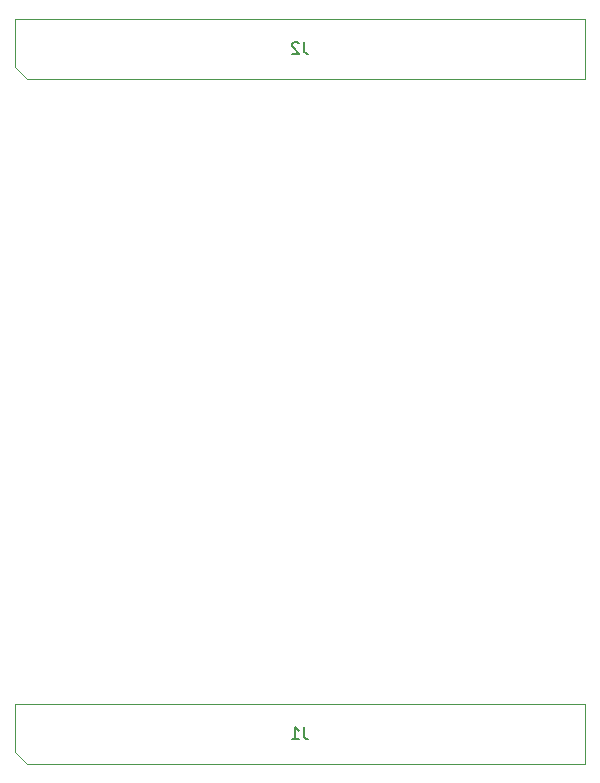
<source format=gbr>
%TF.GenerationSoftware,KiCad,Pcbnew,6.0.2+dfsg-1*%
%TF.CreationDate,2023-03-15T19:16:12+01:00*%
%TF.ProjectId,main_PCB,6d61696e-5f50-4434-922e-6b696361645f,rev?*%
%TF.SameCoordinates,Original*%
%TF.FileFunction,AssemblyDrawing,Bot*%
%FSLAX46Y46*%
G04 Gerber Fmt 4.6, Leading zero omitted, Abs format (unit mm)*
G04 Created by KiCad (PCBNEW 6.0.2+dfsg-1) date 2023-03-15 19:16:12*
%MOMM*%
%LPD*%
G01*
G04 APERTURE LIST*
%ADD10C,0.150000*%
%ADD11C,0.100000*%
G04 APERTURE END LIST*
D10*
%TO.C,J1*%
X158153533Y-104780780D02*
X158153533Y-105495066D01*
X158201152Y-105637923D01*
X158296390Y-105733161D01*
X158439247Y-105780780D01*
X158534485Y-105780780D01*
X157153533Y-105780780D02*
X157724961Y-105780780D01*
X157439247Y-105780780D02*
X157439247Y-104780780D01*
X157534485Y-104923638D01*
X157629723Y-105018876D01*
X157724961Y-105066495D01*
%TO.C,J2*%
X158153533Y-46780780D02*
X158153533Y-47495066D01*
X158201152Y-47637923D01*
X158296390Y-47733161D01*
X158439247Y-47780780D01*
X158534485Y-47780780D01*
X157724961Y-46876019D02*
X157677342Y-46828400D01*
X157582104Y-46780780D01*
X157344009Y-46780780D01*
X157248771Y-46828400D01*
X157201152Y-46876019D01*
X157153533Y-46971257D01*
X157153533Y-47066495D01*
X157201152Y-47209352D01*
X157772580Y-47780780D01*
X157153533Y-47780780D01*
D11*
%TO.C,J1*%
X181950200Y-107868400D02*
X181950200Y-102788400D01*
X133690200Y-102788400D02*
X133690200Y-106868400D01*
X181950200Y-102788400D02*
X133690200Y-102788400D01*
X133690200Y-106868400D02*
X134690200Y-107868400D01*
X134690200Y-107868400D02*
X181950200Y-107868400D01*
%TO.C,J2*%
X181950200Y-49868400D02*
X181950200Y-44788400D01*
X133690200Y-48868400D02*
X134690200Y-49868400D01*
X181950200Y-44788400D02*
X133690200Y-44788400D01*
X134690200Y-49868400D02*
X181950200Y-49868400D01*
X133690200Y-44788400D02*
X133690200Y-48868400D01*
%TD*%
M02*

</source>
